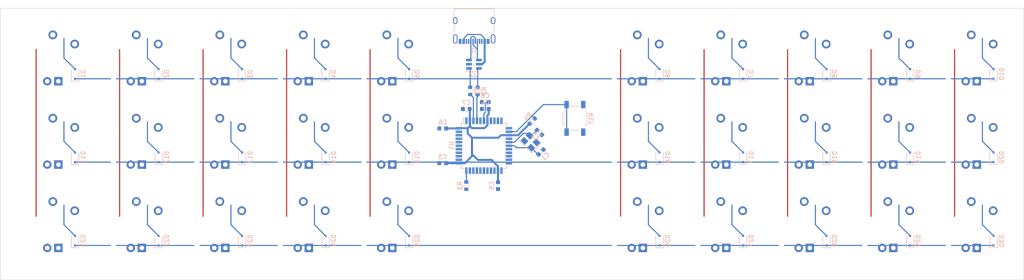
<source format=kicad_pcb>
(kicad_pcb (version 20221018) (generator pcbnew)
  (layers (0 "F.Cu" signal) (31 "B.Cu" signal) (34 "B.Paste" user) (35 "F.Paste" user) (36 "B.SilkS" user "B.Silkscreen") (37 "F.SilkS" user "F.Silkscreen") (38 "B.Mask" user) (39 "F.Mask" user) (44 "Edge.Cuts" user))
  (net 0 "")
  (net 1 "COL0")
  (net 2 "COL1")
  (net 3 "COL10")
  (net 4 "COL11")
  (net 5 "COL2")
  (net 6 "COL3")
  (net 7 "COL4")
  (net 8 "COL7")
  (net 9 "COL8")
  (net 10 "COL9")
  (net 11 "GND")
  (net 12 "N$1")
  (net 13 "N$10")
  (net 14 "N$11")
  (net 15 "N$12")
  (net 16 "N$13")
  (net 17 "N$14")
  (net 18 "N$15")
  (net 19 "N$16")
  (net 20 "N$17")
  (net 21 "N$18")
  (net 22 "N$19")
  (net 23 "N$2")
  (net 24 "N$20")
  (net 25 "N$21")
  (net 26 "N$22")
  (net 27 "N$23")
  (net 28 "N$24")
  (net 29 "N$25")
  (net 30 "N$26")
  (net 31 "N$27")
  (net 32 "N$28")
  (net 33 "N$29")
  (net 34 "N$3")
  (net 35 "N$30")
  (net 36 "N$4")
  (net 37 "N$5")
  (net 38 "N$6")
  (net 39 "N$7")
  (net 40 "N$8")
  (net 41 "N$9")
  (net 42 "ROW0")
  (net 43 "ROW1")
  (net 44 "ROW2")
  (net 45 "VCC")
  (net 46 "mcu/D+")
  (net 47 "mcu/D-")
  (net 48 "mcu/UCAP")
  (net 49 "mcu/XTAL1")
  (net 50 "mcu/XTAL2")
  (net 51 "mcu/~{HWB}/PE2")
  (net 52 "mcu/~{RESET}")
  (net 53 "u2/D+")
  (net 54 "u2/D-")
  (net 55 "usb/D+")
  (net 56 "usb/D-")
  (footprint "Kailh_Choc:KailhChoc-1U" (layer "F.Cu") (at 91.675 72.625)
    (fp_text reference "SW24")
    (fp_text value "SW_Push")
  )
  (footprint "Kailh_Choc:KailhChoc-1U" (layer "F.Cu") (at 91.675 53.575)
    (fp_text reference "SW14")
    (fp_text value "SW_Push")
  )
  (footprint "Kailh_Choc:KailhChoc-1U" (layer "F.Cu") (at 205.975 72.625)
    (fp_text reference "SW28")
    (fp_text value "SW_Push")
  )
  (footprint "Kailh_Choc:KailhChoc-1U" (layer "F.Cu") (at 244.075 53.575)
    (fp_text reference "SW20")
    (fp_text value "SW_Push")
  )
  (footprint "Kailh_Choc:KailhChoc-1U" (layer "F.Cu") (at 167.875 34.525)
    (fp_text reference "SW6")
    (fp_text value "SW_Push")
  )
  (footprint "Kailh_Choc:KailhChoc-1U" (layer "F.Cu") (at 53.575 72.625)
    (fp_text reference "SW22")
    (fp_text value "SW_Push")
  )
  (footprint "Kailh_Choc:KailhChoc-1U" (layer "F.Cu") (at 205.975 53.575)
    (fp_text reference "SW18")
    (fp_text value "SW_Push")
  )
  (footprint "Kailh_Choc:KailhChoc-1U" (layer "F.Cu") (at 225.025 53.575)
    (fp_text reference "SW19")
    (fp_text value "SW_Push")
  )
  (footprint "Kailh_Choc:KailhChoc-1U" (layer "F.Cu") (at 186.925 72.625)
    (fp_text reference "SW27")
    (fp_text value "SW_Push")
  )
  (footprint "Kailh_Choc:KailhChoc-1U" (layer "F.Cu") (at 72.625 34.525)
    (fp_text reference "SW3")
    (fp_text value "SW_Push")
  )
  (footprint "Kailh_Choc:KailhChoc-1U" (layer "F.Cu") (at 225.025 34.525)
    (fp_text reference "SW9")
    (fp_text value "SW_Push")
  )
  (footprint "Kailh_Choc:KailhChoc-1U" (layer "F.Cu") (at 244.075 34.525)
    (fp_text reference "SW10")
    (fp_text value "SW_Push")
  )
  (footprint "Kailh_Choc:KailhChoc-1U" (layer "F.Cu") (at 110.725 34.525)
    (fp_text reference "SW5")
    (fp_text value "SW_Push")
  )
  (footprint "Kailh_Choc:KailhChoc-1U" (layer "F.Cu") (at 34.525 53.575)
    (fp_text reference "SW11")
    (fp_text value "SW_Push")
  )
  (footprint "Kailh_Choc:KailhChoc-1U" (layer "F.Cu") (at 244.075 72.625)
    (fp_text reference "SW30")
    (fp_text value "SW_Push")
  )
  (footprint "Kailh_Choc:KailhChoc-1U" (layer "F.Cu") (at 53.575 53.575)
    (fp_text reference "SW12")
    (fp_text value "SW_Push")
  )
  (footprint "Kailh_Choc:KailhChoc-1U" (layer "F.Cu") (at 110.725 72.625)
    (fp_text reference "SW25")
    (fp_text value "SW_Push")
  )
  (footprint "Kailh_Choc:KailhChoc-1U" (layer "F.Cu") (at 167.875 72.625)
    (fp_text reference "SW26")
    (fp_text value "SW_Push")
  )
  (footprint "Kailh_Choc:KailhChoc-1U" (layer "F.Cu") (at 34.525 34.525)
    (fp_text reference "SW1")
    (fp_text value "SW_Push")
  )
  (footprint "Kailh_Choc:KailhChoc-1U" (layer "F.Cu") (at 205.975 34.525)
    (fp_text reference "SW8")
    (fp_text value "SW_Push")
  )
  (footprint "Kailh_Choc:KailhChoc-1U" (layer "F.Cu") (at 186.925 53.575)
    (fp_text reference "SW17")
    (fp_text value "SW_Push")
  )
  (footprint "Kailh_Choc:KailhChoc-1U" (layer "F.Cu") (at 91.675 34.525)
    (fp_text reference "SW4")
    (fp_text value "SW_Push")
  )
  (footprint "Kailh_Choc:KailhChoc-1U" (layer "F.Cu") (at 53.575 34.525)
    (fp_text reference "SW2")
    (fp_text value "SW_Push")
  )
  (footprint "Kailh_Choc:KailhChoc-1U" (layer "F.Cu") (at 34.525 72.625)
    (fp_text reference "SW21")
    (fp_text value "SW_Push")
  )
  (footprint "Kailh_Choc:KailhChoc-1U" (layer "F.Cu") (at 186.925 34.525)
    (fp_text reference "SW7")
    (fp_text value "SW_Push")
  )
  (footprint "Kailh_Choc:KailhChoc-1U" (layer "F.Cu") (at 72.625 53.575)
    (fp_text reference "SW13")
    (fp_text value "SW_Push")
  )
  (footprint "Kailh_Choc:KailhChoc-1U" (layer "F.Cu") (at 72.625 72.625)
    (fp_text reference "SW23")
    (fp_text value "SW_Push")
  )
  (footprint "Kailh_Choc:KailhChoc-1U" (layer "F.Cu") (at 225.025 72.625)
    (fp_text reference "SW29")
    (fp_text value "SW_Push")
  )
  (footprint "Kailh_Choc:KailhChoc-1U" (layer "F.Cu") (at 110.725 53.575)
    (fp_text reference "SW15")
    (fp_text value "SW_Push")
  )
  (footprint "Kailh_Choc:KailhChoc-1U" (layer "F.Cu") (at 167.875 53.575)
    (fp_text reference "SW16")
    (fp_text value "SW_Push")
  )
  (footprint "D_SOD-323F" (layer "B.Cu") (at 58.655 75.655 90)
    (fp_text reference "D22")
    (fp_text value "D")
  )
  (footprint "C_0603_1608Metric" (layer "B.Cu") (at 123.48 57.95 180)
    (fp_text reference "C3")
    (fp_text value "0.1u")
  )
  (footprint "D_SOD-323F" (layer "B.Cu") (at 39.605 37.555 90)
    (fp_text reference "D1")
    (fp_text value "D")
  )
  (footprint "R_0603_1608Metric" (layer "B.Cu") (at 129.75 41.43 90)
    (fp_text reference "R1")
    (fp_text value "22")
  )
  (footprint "C_0603_1608Metric" (layer "B.Cu") (at 136.1 63.08 -90)
    (fp_text reference "C5")
    (fp_text value "0.1u")
  )
  (footprint "D_SOD-323F" (layer "B.Cu") (at 77.705 37.555 90)
    (fp_text reference "D3")
    (fp_text value "D")
  )
  (footprint "D_SOD-323F" (layer "B.Cu") (at 192.005 56.605 90)
    (fp_text reference "D17")
    (fp_text value "D")
  )
  (footprint "R_0603_1608Metric" (layer "B.Cu") (at 128.86 63.08 -90)
    (fp_text reference "R3")
    (fp_text value "10k")
  )
  (footprint "D_SOD-323F" (layer "B.Cu") (at 230.105 37.555 90)
    (fp_text reference "D9")
    (fp_text value "D")
  )
  (footprint "D_SOD-323F" (layer "B.Cu") (at 172.955 37.555 90)
    (fp_text reference "D6")
    (fp_text value "D")
  )
  (footprint "D_SOD-323F" (layer "B.Cu") (at 96.755 75.655 90)
    (fp_text reference "D24")
    (fp_text value "D")
  )
  (footprint "D_SOD-323F" (layer "B.Cu") (at 172.955 75.655 90)
    (fp_text reference "D26")
    (fp_text value "D")
  )
  (footprint "Crystal_SMD_3225-4Pin_3.2x2.5mm" (layer "B.Cu") (at 143.5 53.03 135)
    (fp_text reference "Y1")
    (fp_text value "Crystal_GND24")
  )
  (footprint "D_SOD-323F" (layer "B.Cu") (at 58.655 37.555 90)
    (fp_text reference "D2")
    (fp_text value "D")
  )
  (footprint "SOT-23-6" (layer "B.Cu") (at 130.6 35.335)
    (fp_text reference "U2")
    (fp_text value "TPD2S017")
  )
  (footprint "D_SOD-323F" (layer "B.Cu") (at 58.655 56.605 90)
    (fp_text reference "D12")
    (fp_text value "D")
  )
  (footprint "D_SOD-323F" (layer "B.Cu") (at 115.805 75.655 90)
    (fp_text reference "D25")
    (fp_text value "D")
  )
  (footprint "D_SOD-323F" (layer "B.Cu") (at 211.055 37.555 90)
    (fp_text reference "D8")
    (fp_text value "D")
  )
  (footprint "SW_SPST_TL3342" (layer "B.Cu") (at 153.65 47.71 90)
    (fp_text reference "RST")
    (fp_text value "SW_SPST")
  )
  (footprint "R_0603_1608Metric" (layer "B.Cu") (at 131.45 41.44 90)
    (fp_text reference "R2")
    (fp_text value "22")
  )
  (footprint "D_SOD-323F" (layer "B.Cu") (at 96.755 56.605 90)
    (fp_text reference "D14")
    (fp_text value "D")
  )
  (footprint "D_SOD-323F" (layer "B.Cu") (at 249.155 75.655 90)
    (fp_text reference "D30")
    (fp_text value "D")
  )
  (footprint "C_0603_1608Metric" (layer "B.Cu") (at 133.19 43.97 180)
    (fp_text reference "C8")
    (fp_text value "1u")
  )
  (footprint "D_SOD-323F" (layer "B.Cu") (at 249.155 37.555 90)
    (fp_text reference "D10")
    (fp_text value "D")
  )
  (footprint "D_SOD-323F" (layer "B.Cu") (at 211.055 75.655 90)
    (fp_text reference "D28")
    (fp_text value "D")
  )
  (footprint "D_SOD-323F" (layer "B.Cu") (at 211.055 56.605 90)
    (fp_text reference "D18")
    (fp_text value "D")
  )
  (footprint "D_SOD-323F" (layer "B.Cu") (at 39.605 75.655 90)
    (fp_text reference "D21")
    (fp_text value "D")
  )
  (footprint "C_0603_1608Metric" (layer "B.Cu") (at 133.19 45.56 180)
    (fp_text reference "C4")
    (fp_text value "0.1u")
  )
  (footprint "D_SOD-323F" (layer "B.Cu") (at 77.705 56.605 90)
    (fp_text reference "D13")
    (fp_text value "D")
  )
  (footprint "D_SOD-323F" (layer "B.Cu") (at 249.155 56.605 90)
    (fp_text reference "D20")
    (fp_text value "D")
  )
  (footprint "R_0603_1608Metric" (layer "B.Cu") (at 143.91 48.32 -135)
    (fp_text reference "R4")
    (fp_text value "10k")
  )
  (footprint "D_SOD-323F" (layer "B.Cu") (at 96.755 37.555 90)
    (fp_text reference "D4")
    (fp_text value "D")
  )
  (footprint "C_0603_1608Metric" (layer "B.Cu") (at 123.48 50.01 180)
    (fp_text reference "C6")
    (fp_text value "0.1u")
  )
  (footprint "D_SOD-323F" (layer "B.Cu") (at 230.105 56.605 90)
    (fp_text reference "D19")
    (fp_text value "D")
  )
  (footprint "USB_C_Receptacle_XKB_U262-16XN-4BVC11" (layer "B.Cu") (at 130.65 26.435)
    (fp_text reference "J1")
    (fp_text value "USB_C_Receptacle_USB2.0")
  )
  (footprint "C_0603_1608Metric" (layer "B.Cu") (at 145.91 55.4 45)
    (fp_text reference "C1")
    (fp_text value "22p")
  )
  (footprint "D_SOD-323F" (layer "B.Cu") (at 192.005 75.655 90)
    (fp_text reference "D27")
    (fp_text value "D")
  )
  (footprint "D_SOD-323F" (layer "B.Cu") (at 230.105 75.655 90)
    (fp_text reference "D29")
    (fp_text value "D")
  )
  (footprint "C_0603_1608Metric" (layer "B.Cu") (at 145.55 50.93 -45)
    (fp_text reference "C2")
    (fp_text value "22p")
  )
  (footprint "D_SOD-323F" (layer "B.Cu") (at 39.605 56.605 90)
    (fp_text reference "D11")
    (fp_text value "D")
  )
  (footprint "D_SOD-323F" (layer "B.Cu") (at 115.805 56.605 90)
    (fp_text reference "D15")
    (fp_text value "D")
  )
  (footprint "TQFP-44_10x10mm_P0.8mm" (layer "B.Cu") (at 132.88 53.96 -90)
    (fp_text reference "U1")
    (fp_text value "ATmega32U4-A")
  )
  (footprint "D_SOD-323F" (layer "B.Cu") (at 77.705 75.655 90)
    (fp_text reference "D23")
    (fp_text value "D")
  )
  (footprint "D_SOD-323F" (layer "B.Cu") (at 192.005 37.555 90)
    (fp_text reference "D7")
    (fp_text value "D")
  )
  (footprint "C_0603_1608Metric" (layer "B.Cu") (at 128.87 45.56 180)
    (fp_text reference "C7")
    (fp_text value "4.7u")
  )
  (footprint "D_SOD-323F" (layer "B.Cu") (at 172.955 56.605 90)
    (fp_text reference "D16")
    (fp_text value "D")
  )
  (footprint "D_SOD-323F" (layer "B.Cu") (at 115.805 37.555 90)
    (fp_text reference "D5")
    (fp_text value "D")
  )
  (gr_line (start 22.525 22.525) (end 256.075 22.525) (stroke (width 0.1)) (layer "Edge.Cuts"))
  (gr_line (start 256.075 84.625) (end 22.525 84.625) (stroke (width 0.1)) (layer "Edge.Cuts"))
  (gr_line (start 22.525 84.625) (end 22.525 22.525) (stroke (width 0.1)) (layer "Edge.Cuts"))
  (gr_line (start 256.075 22.525) (end 256.075 84.625) (stroke (width 0.1)) (layer "Edge.Cuts"))
  (segment (start 30.715 51.035) (end 30.715 70.085) (width 0.25) (layer "F.Cu") (net 1))
  (segment (start 30.715 31.985) (end 30.715 51.035) (width 0.25) (layer "F.Cu") (net 1))
  (segment (start 49.765 31.985) (end 49.765 51.035) (width 0.25) (layer "F.Cu") (net 2))
  (segment (start 49.765 51.035) (end 49.765 70.085) (width 0.25) (layer "F.Cu") (net 2))
  (segment (start 221.215 51.035) (end 221.215 70.085) (width 0.25) (layer "F.Cu") (net 3))
  (segment (start 221.215 31.985) (end 221.215 51.035) (width 0.25) (layer "F.Cu") (net 3))
  (segment (start 240.265 31.985) (end 240.265 51.035) (width 0.25) (layer "F.Cu") (net 4))
  (segment (start 240.265 51.035) (end 240.265 70.085) (width 0.25) (layer "F.Cu") (net 4))
  (segment (start 68.815 51.035) (end 68.815 70.085) (width 0.25) (layer "F.Cu") (net 5))
  (segment (start 68.815 31.985) (end 68.815 51.035) (width 0.25) (layer "F.Cu") (net 5))
  (segment (start 87.865 51.035) (end 87.865 70.085) (width 0.25) (layer "F.Cu") (net 6))
  (segment (start 87.865 31.985) (end 87.865 51.035) (width 0.25) (layer "F.Cu") (net 6))
  (segment (start 106.915 51.035) (end 106.915 70.085) (width 0.25) (layer "F.Cu") (net 7))
  (segment (start 106.915 31.985) (end 106.915 51.035) (width 0.25) (layer "F.Cu") (net 7))
  (segment (start 164.065 51.035) (end 164.065 70.085) (width 0.25) (layer "F.Cu") (net 8))
  (segment (start 164.065 31.985) (end 164.065 51.035) (width 0.25) (layer "F.Cu") (net 8))
  (segment (start 183.115 31.985) (end 183.115 51.035) (width 0.25) (layer "F.Cu") (net 9))
  (segment (start 183.115 51.035) (end 183.115 70.085) (width 0.25) (layer "F.Cu") (net 9))
  (segment (start 202.165 31.985) (end 202.165 51.035) (width 0.25) (layer "F.Cu") (net 10))
  (segment (start 202.165 51.035) (end 202.165 70.085) (width 0.25) (layer "F.Cu") (net 10))
  (segment (start 37.065 33.915) (end 37.065 29.445) (width 0.25) (layer "B.Cu") (net 12))
  (segment (start 39.605 36.455) (end 37.065 33.915) (width 0.25) (layer "B.Cu") (net 12))
  (segment (start 246.615 33.915) (end 246.615 29.445) (width 0.25) (layer "B.Cu") (net 13))
  (segment (start 249.155 36.455) (end 246.615 33.915) (width 0.25) (layer "B.Cu") (net 13))
  (segment (start 37.065 52.965) (end 37.065 48.495) (width 0.25) (layer "B.Cu") (net 14))
  (segment (start 39.605 55.505) (end 37.065 52.965) (width 0.25) (layer "B.Cu") (net 14))
  (segment (start 58.655 55.505) (end 56.115 52.965) (width 0.25) (layer "B.Cu") (net 15))
  (segment (start 56.115 52.965) (end 56.115 48.495) (width 0.25) (layer "B.Cu") (net 15))
  (segment (start 75.165 52.965) (end 75.165 48.495) (width 0.25) (layer "B.Cu") (net 16))
  (segment (start 77.705 55.505) (end 75.165 52.965) (width 0.25) (layer "B.Cu") (net 16))
  (segment (start 94.215 52.965) (end 94.215 48.495) (width 0.25) (layer "B.Cu") (net 17))
  (segment (start 96.755 55.505) (end 94.215 52.965) (width 0.25) (layer "B.Cu") (net 17))
  (segment (start 113.265 52.965) (end 113.265 48.495) (width 0.25) (layer "B.Cu") (net 18))
  (segment (start 115.805 55.505) (end 113.265 52.965) (width 0.25) (layer "B.Cu") (net 18))
  (segment (start 172.955 55.505) (end 170.415 52.965) (width 0.25) (layer "B.Cu") (net 19))
  (segment (start 170.415 52.965) (end 170.415 48.495) (width 0.25) (layer "B.Cu") (net 19))
  (segment (start 192.005 55.505) (end 189.465 52.965) (width 0.25) (layer "B.Cu") (net 20))
  (segment (start 189.465 52.965) (end 189.465 48.495) (width 0.25) (layer "B.Cu") (net 20))
  (segment (start 211.055 55.505) (end 208.515 52.965) (width 0.25) (layer "B.Cu") (net 21))
  (segment (start 208.515 52.965) (end 208.515 48.495) (width 0.25) (layer "B.Cu") (net 21))
  (segment (start 227.565 52.965) (end 227.565 48.495) (width 0.25) (layer "B.Cu") (net 22))
  (segment (start 230.105 55.505) (end 227.565 52.965) (width 0.25) (layer "B.Cu") (net 22))
  (segment (start 56.115 33.915) (end 56.115 29.445) (width 0.25) (layer "B.Cu") (net 23))
  (segment (start 58.655 36.455) (end 56.115 33.915) (width 0.25) (layer "B.Cu") (net 23))
  (segment (start 249.155 55.505) (end 246.615 52.965) (width 0.25) (layer "B.Cu") (net 24))
  (segment (start 246.615 52.965) (end 246.615 48.495) (width 0.25) (layer "B.Cu") (net 24))
  (segment (start 37.065 72.015) (end 37.065 67.545) (width 0.25) (layer "B.Cu") (net 25))
  (segment (start 39.605 74.555) (end 37.065 72.015) (width 0.25) (layer "B.Cu") (net 25))
  (segment (start 58.655 74.555) (end 56.115 72.015) (width 0.25) (layer "B.Cu") (net 26))
  (segment (start 56.115 72.015) (end 56.115 67.545) (width 0.25) (layer "B.Cu") (net 26))
  (segment (start 75.165 72.015) (end 75.165 67.545) (width 0.25) (layer "B.Cu") (net 27))
  (segment (start 77.705 74.555) (end 75.165 72.015) (width 0.25) (layer "B.Cu") (net 27))
  (segment (start 96.755 74.555) (end 94.215 72.015) (width 0.25) (layer "B.Cu") (net 28))
  (segment (start 94.215 72.015) (end 94.215 67.545) (width 0.25) (layer "B.Cu") (net 28))
  (segment (start 115.805 74.555) (end 113.265 72.015) (width 0.25) (layer "B.Cu") (net 29))
  (segment (start 113.265 72.015) (end 113.265 67.545) (width 0.25) (layer "B.Cu") (net 29))
  (segment (start 170.415 72.015) (end 170.415 67.545) (width 0.25) (layer "B.Cu") (net 30))
  (segment (start 172.955 74.555) (end 170.415 72.015) (width 0.25) (layer "B.Cu") (net 30))
  (segment (start 189.465 72.015) (end 189.465 67.545) (width 0.25) (layer "B.Cu") (net 31))
  (segment (start 192.005 74.555) (end 189.465 72.015) (width 0.25) (layer "B.Cu") (net 31))
  (segment (start 211.055 74.555) (end 208.515 72.015) (width 0.25) (layer "B.Cu") (net 32))
  (segment (start 208.515 72.015) (end 208.515 67.545) (width 0.25) (layer "B.Cu") (net 32))
  (segment (start 227.565 72.015) (end 227.565 67.545) (width 0.25) (layer "B.Cu") (net 33))
  (segment (start 230.105 74.555) (end 227.565 72.015) (width 0.25) (layer "B.Cu") (net 33))
  (segment (start 75.165 33.915) (end 75.165 29.445) (width 0.25) (layer "B.Cu") (net 34))
  (segment (start 77.705 36.455) (end 75.165 33.915) (width 0.25) (layer "B.Cu") (net 34))
  (segment (start 249.155 74.555) (end 246.615 72.015) (width 0.25) (layer "B.Cu") (net 35))
  (segment (start 246.615 72.015) (end 246.615 67.545) (width 0.25) (layer "B.Cu") (net 35))
  (segment (start 96.755 36.455) (end 94.215 33.915) (width 0.25) (layer "B.Cu") (net 36))
  (segment (start 94.215 33.915) (end 94.215 29.445) (width 0.25) (layer "B.Cu") (net 36))
  (segment (start 113.265 33.915) (end 113.265 29.445) (width 0.25) (layer "B.Cu") (net 37))
  (segment (start 115.805 36.455) (end 113.265 33.915) (width 0.25) (layer "B.Cu") (net 37))
  (segment (start 172.955 36.455) (end 170.415 33.915) (width 0.25) (layer "B.Cu") (net 38))
  (segment (start 170.415 33.915) (end 170.415 29.445) (width 0.25) (layer "B.Cu") (net 38))
  (segment (start 192.005 36.455) (end 189.465 33.915) (width 0.25) (layer "B.Cu") (net 39))
  (segment (start 189.465 33.915) (end 189.465 29.445) (width 0.25) (layer "B.Cu") (net 39))
  (segment (start 208.515 33.915) (end 208.515 29.445) (width 0.25) (layer "B.Cu") (net 40))
  (segment (start 211.055 36.455) (end 208.515 33.915) (width 0.25) (layer "B.Cu") (net 40))
  (segment (start 230.105 36.455) (end 227.565 33.915) (width 0.25) (layer "B.Cu") (net 41))
  (segment (start 227.565 33.915) (end 227.565 29.445) (width 0.25) (layer "B.Cu") (net 41))
  (segment (start 39.605 38.655) (end 58.655 38.655) (width 0.25) (layer "B.Cu") (net 42))
  (segment (start 172.955 38.655) (end 192.005 38.655) (width 0.25) (layer "B.Cu") (net 42))
  (segment (start 115.805 38.655) (end 172.955 38.655) (width 0.25) (layer "B.Cu") (net 42))
  (segment (start 77.705 38.655) (end 96.755 38.655) (width 0.25) (layer "B.Cu") (net 42))
  (segment (start 58.655 38.655) (end 77.705 38.655) (width 0.25) (layer "B.Cu") (net 42))
  (segment (start 211.055 38.655) (end 230.105 38.655) (width 0.25) (layer "B.Cu") (net 42))
  (segment (start 96.755 38.655) (end 115.805 38.655) (width 0.25) (layer "B.Cu") (net 42))
  (segment (start 192.005 38.655) (end 211.055 38.655) (width 0.25) (layer "B.Cu") (net 42))
  (segment (start 230.105 38.655) (end 249.155 38.655) (width 0.25) (layer "B.Cu") (net 42))
  (segment (start 192.005 57.705) (end 211.055 57.705) (width 0.25) (layer "B.Cu") (net 43))
  (segment (start 96.755 57.705) (end 115.805 57.705) (width 0.25) (layer "B.Cu") (net 43))
  (segment (start 39.605 57.705) (end 58.655 57.705) (width 0.25) (layer "B.Cu") (net 43))
  (segment (start 58.655 57.705) (end 77.705 57.705) (width 0.25) (layer "B.Cu") (net 43))
  (segment (start 77.705 57.705) (end 96.755 57.705) (width 0.25) (layer "B.Cu") (net 43))
  (segment (start 211.055 57.705) (end 230.105 57.705) (width 0.25) (layer "B.Cu") (net 43))
  (segment (start 115.805 57.705) (end 172.955 57.705) (width 0.25) (layer "B.Cu") (net 43))
  (segment (start 172.955 57.705) (end 192.005 57.705) (width 0.25) (layer "B.Cu") (net 43))
  (segment (start 230.105 57.705) (end 249.155 57.705) (width 0.25) (layer "B.Cu") (net 43))
  (segment (start 77.705 76.755) (end 96.755 76.755) (width 0.25) (layer "B.Cu") (net 44))
  (segment (start 172.955 76.755) (end 192.005 76.755) (width 0.25) (layer "B.Cu") (net 44))
  (segment (start 211.055 76.755) (end 230.105 76.755) (width 0.25) (layer "B.Cu") (net 44))
  (segment (start 96.755 76.755) (end 115.805 76.755) (width 0.25) (layer "B.Cu") (net 44))
  (segment (start 115.805 76.755) (end 172.955 76.755) (width 0.25) (layer "B.Cu") (net 44))
  (segment (start 39.605 76.755) (end 58.655 76.755) (width 0.25) (layer "B.Cu") (net 44))
  (segment (start 192.005 76.755) (end 211.055 76.755) (width 0.25) (layer "B.Cu") (net 44))
  (segment (start 58.655 76.755) (end 77.705 76.755) (width 0.25) (layer "B.Cu") (net 44))
  (segment (start 230.105 76.755) (end 249.155 76.755) (width 0.25) (layer "B.Cu") (net 44))
  (segment (start 136.1 62.2925) (end 136.1 59.68) (width 0.4572) (layer "B.Cu") (net 45))
  (segment (start 124.2675 57.95) (end 127.17 57.95) (width 0.4572) (layer "B.Cu") (net 45))
  (segment (start 129.6575 45.56) (end 129.6575 48.2375) (width 0.4572) (layer "B.Cu") (net 45))
  (segment (start 128.3872 49.96) (end 127.18 49.96) (width 0.4572) (layer "B.Cu") (net 45))
  (segment (start 129.1872 49.96) (end 128.3872 49.96) (width 0.4572) (layer "B.Cu") (net 45))
  (segment (start 129.68 49.4672) (end 129.1872 49.96) (width 0.4572) (layer "B.Cu") (net 45))
  (segment (start 129.68 48.26) (end 129.68 49.4672) (width 0.4572) (layer "B.Cu") (net 45))
  (segment (start 133.021482 49.94) (end 133.68 49.281482) (width 0.4572) (layer "B.Cu") (net 45))
  (segment (start 129.68 49.4672) (end 130.1528 49.94) (width 0.4572) (layer "B.Cu") (net 45))
  (segment (start 133.68 49.281482) (end 133.68 48.26) (width 0.4572) (layer "B.Cu") (net 45))
  (segment (start 130.1528 49.94) (end 133.021482 49.94) (width 0.4572) (layer "B.Cu") (net 45))
  (segment (start 129.1872 51.15353) (end 129.1872 49.96) (width 0.4572) (layer "B.Cu") (net 45))
  (segment (start 130.16 52.12633) (end 129.1872 51.15353) (width 0.4572) (layer "B.Cu") (net 45))
  (segment (start 130.16 55.86) (end 130.16 52.12633) (width 0.4572) (layer "B.Cu") (net 45))
  (segment (start 136.08 58.638518) (end 136.08 59.66) (width 0.4572) (layer "B.Cu") (net 45))
  (segment (start 130.16 55.86) (end 131.51 57.21) (width 0.4572) (layer "B.Cu") (net 45))
  (segment (start 134.651482 57.21) (end 136.08 58.638518) (width 0.4572) (layer "B.Cu") (net 45))
  (segment (start 131.51 57.21) (end 134.651482 57.21) (width 0.4572) (layer "B.Cu") (net 45))
  (segment (start 130.16 56.34) (end 130.16 55.86) (width 0.4572) (layer "B.Cu") (net 45))
  (segment (start 127.18 57.96) (end 128.54 57.96) (width 0.4572) (layer "B.Cu") (net 45))
  (segment (start 128.54 57.96) (end 130.16 56.34) (width 0.4572) (layer "B.Cu") (net 45))
  (segment (start 124.2675 50.01) (end 127.13 50.01) (width 0.4572) (layer "B.Cu") (net 45))
  (segment (start 127.13 50.01) (end 127.18 49.96) (width 0.4572) (layer "B.Cu") (net 45))
  (segment (start 138.58 51.56) (end 136.75 51.56) (width 0.4572) (layer "B.Cu") (net 45))
  (segment (start 136.18367 52.12633) (end 130.16 52.12633) (width 0.4572) (layer "B.Cu") (net 45))
  (segment (start 136.75 51.56) (end 136.18367 52.12633) (width 0.4572) (layer "B.Cu") (net 45))
  (segment (start 132.48 35.335) (end 133.05 34.765) (width 0.4572) (layer "B.Cu") (net 45))
  (segment (start 128.35 29.855) (end 128.35 29.344998) (width 0.25) (layer "B.Cu") (net 45))
  (segment (start 133.9775 46.7553) (end 133.68 47.0528) (width 0.4572) (layer "B.Cu") (net 45))
  (segment (start 131.7 35.335) (end 132.48 35.335) (width 0.4572) (layer "B.Cu") (net 45))
  (segment (start 128.35 29.344998) (end 129.160007 28.534991) (width 0.25) (layer "B.Cu") (net 45))
  (segment (start 138.58 51.56) (end 140.67 51.56) (width 0.4572) (layer "B.Cu") (net 45))
  (segment (start 140.67 51.56) (end 143.353153 48.876847) (width 0.4572) (layer "B.Cu") (net 45))
  (segment (start 132.975 29.369998) (end 132.975 30.03) (width 0.25) (layer "B.Cu") (net 45))
  (segment (start 133.9775 45.56) (end 133.9775 46.7553) (width 0.4572) (layer "B.Cu") (net 45))
  (segment (start 133.68 47.0528) (end 133.68 48.26) (width 0.4572) (layer "B.Cu") (net 45))
  (segment (start 129.160007 28.534991) (end 132.139993 28.534991) (width 0.25) (layer "B.Cu") (net 45))
  (segment (start 132.139993 28.534991) (end 132.975 29.369998) (width 0.25) (layer "B.Cu") (net 45))
  (segment (start 133.05 34.765) (end 133.05 30.176399) (width 0.4572) (layer "B.Cu") (net 45))
  (segment (start 131.28 42.95) (end 131.43 42.8) (width 0.25) (layer "B.Cu") (net 46))
  (segment (start 131.28 48.26) (end 131.28 42.95) (width 0.25) (layer "B.Cu") (net 46))
  (segment (start 131.43 42.8) (end 131.43 42.2475) (width 0.25) (layer "B.Cu") (net 46))
  (segment (start 129.75 42.2175) (end 130.48 42.9475) (width 0.25) (layer "B.Cu") (net 47))
  (segment (start 130.48 42.9475) (end 130.48 48.26) (width 0.25) (layer "B.Cu") (net 47))
  (segment (start 133.19 44.32) (end 133.54 43.97) (width 0.25) (layer "B.Cu") (net 48))
  (segment (start 132.88 46.6175) (end 133.19 46.3075) (width 0.25) (layer "B.Cu") (net 48))
  (segment (start 132.88 48.26) (end 132.88 46.6175) (width 0.25) (layer "B.Cu") (net 48))
  (segment (start 133.19 46.3075) (end 133.19 44.32) (width 0.25) (layer "B.Cu") (net 48))
  (segment (start 133.54 43.97) (end 133.9775 43.97) (width 0.25) (layer "B.Cu") (net 48))
  (segment (start 145.224766 55.956847) (end 143.676777 54.408858) (width 0.25) (layer "B.Cu") (net 49))
  (segment (start 140.298858 54.408858) (end 139.85 53.96) (width 0.25) (layer "B.Cu") (net 49))
  (segment (start 139.85 53.96) (end 139.58 53.96) (width 0.25) (layer "B.Cu") (net 49))
  (segment (start 143.676777 54.408858) (end 140.298858 54.408858) (width 0.25) (layer "B.Cu") (net 49))
  (segment (start 139.58 53.96) (end 138.58 53.96) (width 0.25) (layer "B.Cu") (net 49))
  (segment (start 143.715164 51.651142) (end 144.993153 50.373153) (width 0.25) (layer "B.Cu") (net 50))
  (segment (start 141.856757 51.156167) (end 139.852924 53.16) (width 0.25) (layer "B.Cu") (net 50))
  (segment (start 139.852924 53.16) (end 138.58 53.16) (width 0.25) (layer "B.Cu") (net 50))
  (segment (start 143.323223 51.651142) (end 142.828248 51.156167) (width 0.25) (layer "B.Cu") (net 50))
  (segment (start 142.828248 51.156167) (end 141.856757 51.156167) (width 0.25) (layer "B.Cu") (net 50))
  (segment (start 128.88 59.66) (end 128.88 62.2725) (width 0.25) (layer "B.Cu") (net 51))
  (segment (start 143.863 47.159306) (end 144.466847 47.763153) (width 0.25) (layer "B.Cu") (net 52))
  (segment (start 143.863 47.133) (end 143.863 47.159306) (width 0.25) (layer "B.Cu") (net 52))
  (segment (start 146.426 44.57) (end 143.863 47.133) (width 0.25) (layer "B.Cu") (net 52))
  (segment (start 146.436 44.56) (end 143.863 47.133) (width 0.25) (layer "B.Cu") (net 52))
  (segment (start 151.75 44.56) (end 146.436 44.56) (width 0.25) (layer "B.Cu") (net 52))
  (segment (start 151.75 44.56) (end 151.75 50.86) (width 0.25) (layer "B.Cu") (net 52))
  (segment (start 139.58 50.76) (end 138.58 50.76) (width 0.25) (layer "B.Cu") (net 52))
  (segment (start 143.863 47.133) (end 140.236 50.76) (width 0.25) (layer "B.Cu") (net 52))
  (segment (start 140.236 50.76) (end 139.58 50.76) (width 0.25) (layer "B.Cu") (net 52))
  (segment (start 131.45 36.535) (end 131.45 40.6525) (width 0.25) (layer "B.Cu") (net 53))
  (segment (start 131.7 36.285) (end 131.45 36.535) (width 0.25) (layer "B.Cu") (net 53))
  (segment (start 129.5 36.285) (end 129.75 36.535) (width 0.25) (layer "B.Cu") (net 54))
  (segment (start 129.75 36.535) (end 129.75 40.6425) (width 0.25) (layer "B.Cu") (net 54))
  (segment (start 131.4 31.96) (end 131.4 34.085) (width 0.25) (layer "B.Cu") (net 55))
  (segment (start 131.4 30.105) (end 131.4 31.96) (width 0.25) (layer "B.Cu") (net 55))
  (segment (start 131.4 34.085) (end 131.7 34.385) (width 0.25) (layer "B.Cu") (net 55))
  (segment (start 131.4 31.915002) (end 131.4 31.96) (width 0.25) (layer "B.Cu") (net 55))
  (segment (start 130.4 30.915002) (end 131.4 31.915002) (width 0.25) (layer "B.Cu") (net 55))
  (segment (start 130.4 30.105) (end 130.4 30.915002) (width 0.25) (layer "B.Cu") (net 55))
  (segment (start 129.9 29.294998) (end 129.9 30.105) (width 0.25) (layer "B.Cu") (net 56))
  (segment (start 129.9 30.105) (end 129.9 33.985) (width 0.25) (layer "B.Cu") (net 56))
  (segment (start 130.9 30.105) (end 130.9 29.28) (width 0.25) (layer "B.Cu") (net 56))
  (segment (start 130.605 28.985) (end 130.209998 28.985) (width 0.25) (layer "B.Cu") (net 56))
  (segment (start 129.9 33.985) (end 129.5 34.385) (width 0.25) (layer "B.Cu") (net 56))
  (segment (start 130.9 29.28) (end 130.605 28.985) (width 0.25) (layer "B.Cu") (net 56))
  (segment (start 130.209998 28.985) (end 129.9 29.294998) (width 0.25) (layer "B.Cu") (net 56))
)
</source>
